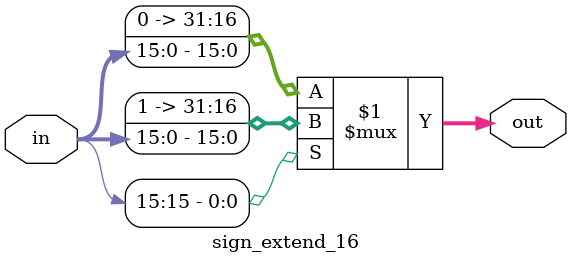
<source format=v>
module sign_extend_16 (
    input wire[15:0] in, 
    output wire[31:0] out
    );


    assign out = (in[15]) ? {{16{1'b1}},in}:{{16{1'b0}},in};

endmodule
</source>
